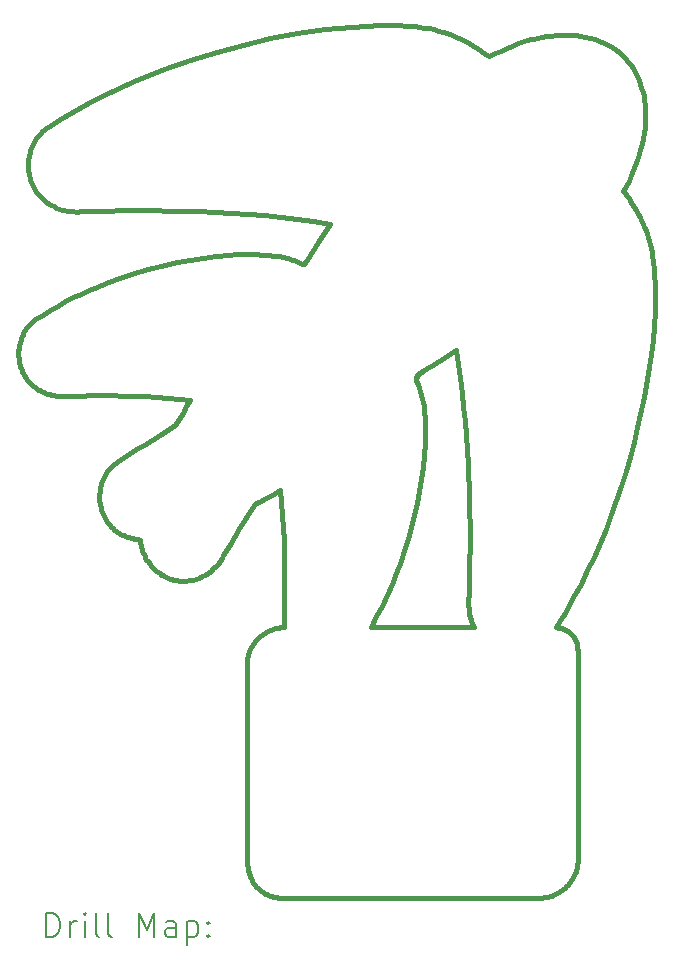
<source format=gbr>
%TF.GenerationSoftware,KiCad,Pcbnew,(6.0.10-0)*%
%TF.CreationDate,2023-08-25T18:06:43+02:00*%
%TF.ProjectId,SwiftLeeds,53776966-744c-4656-9564-732e6b696361,rev?*%
%TF.SameCoordinates,Original*%
%TF.FileFunction,Drillmap*%
%TF.FilePolarity,Positive*%
%FSLAX45Y45*%
G04 Gerber Fmt 4.5, Leading zero omitted, Abs format (unit mm)*
G04 Created by KiCad (PCBNEW (6.0.10-0)) date 2023-08-25 18:06:43*
%MOMM*%
%LPD*%
G01*
G04 APERTURE LIST*
%ADD10C,0.396874*%
%ADD11C,0.200000*%
G04 APERTURE END LIST*
D10*
X22487027Y-9600230D02*
X23361869Y-9604351D01*
X22487027Y-9600230D02*
X22487027Y-9600230D01*
X22536042Y-9511529D02*
X22487027Y-9600230D01*
X22582421Y-9421265D02*
X22536042Y-9511529D01*
X22626152Y-9329532D02*
X22582421Y-9421265D01*
X22667224Y-9236425D02*
X22626152Y-9329532D01*
X22705624Y-9142036D02*
X22667224Y-9236425D01*
X22741341Y-9046460D02*
X22705624Y-9142036D01*
X22774361Y-8949790D02*
X22741341Y-9046460D01*
X22804674Y-8852121D02*
X22774361Y-8949790D01*
X22832266Y-8753546D02*
X22804674Y-8852121D01*
X22857127Y-8654159D02*
X22832266Y-8753546D01*
X22879243Y-8554053D02*
X22857127Y-8654159D01*
X22898603Y-8453324D02*
X22879243Y-8554053D01*
X22915195Y-8352064D02*
X22898603Y-8453324D01*
X22929007Y-8250367D02*
X22915195Y-8352064D01*
X22940026Y-8148327D02*
X22929007Y-8250367D01*
X22948241Y-8046039D02*
X22940026Y-8148327D01*
X22948241Y-8046039D02*
X22948241Y-8046039D01*
X22950469Y-7982949D02*
X22948241Y-8046039D01*
X22950809Y-7919564D02*
X22950469Y-7982949D01*
X22948795Y-7856134D02*
X22950809Y-7919564D01*
X22946758Y-7824482D02*
X22948795Y-7856134D01*
X22943957Y-7792913D02*
X22946758Y-7824482D01*
X22940333Y-7761459D02*
X22943957Y-7792913D01*
X22935827Y-7730152D02*
X22940333Y-7761459D01*
X22930382Y-7699023D02*
X22935827Y-7730152D01*
X22923938Y-7668104D02*
X22930382Y-7699023D01*
X22916436Y-7637426D02*
X22923938Y-7668104D01*
X22907820Y-7607020D02*
X22916436Y-7637426D01*
X22898028Y-7576919D02*
X22907820Y-7607020D01*
X22887005Y-7547154D02*
X22898028Y-7576919D01*
X22887005Y-7547154D02*
X22887005Y-7547154D01*
X22885032Y-7542126D02*
X22887005Y-7547154D01*
X22883641Y-7538278D02*
X22885032Y-7542126D01*
X22882744Y-7535442D02*
X22883641Y-7538278D01*
X22882252Y-7533453D02*
X22882744Y-7535442D01*
X22882078Y-7532145D02*
X22882252Y-7533453D01*
X22882133Y-7531351D02*
X22882078Y-7532145D01*
X22882330Y-7530906D02*
X22882133Y-7531351D01*
X22882581Y-7530643D02*
X22882330Y-7530906D01*
X22882797Y-7530397D02*
X22882581Y-7530643D01*
X22882890Y-7530000D02*
X22882797Y-7530397D01*
X22882773Y-7529288D02*
X22882890Y-7530000D01*
X22882356Y-7528093D02*
X22882773Y-7529288D01*
X22881553Y-7526250D02*
X22882356Y-7528093D01*
X22880275Y-7523593D02*
X22881553Y-7526250D01*
X22875943Y-7515170D02*
X22880275Y-7523593D01*
X22875943Y-7515170D02*
X22875943Y-7515170D01*
X22875407Y-7510146D02*
X22875943Y-7515170D01*
X22875089Y-7505405D02*
X22875407Y-7510146D01*
X22874980Y-7500935D02*
X22875089Y-7505405D01*
X22875071Y-7496724D02*
X22874980Y-7500935D01*
X22875355Y-7492761D02*
X22875071Y-7496724D01*
X22875823Y-7489034D02*
X22875355Y-7492761D01*
X22876465Y-7485532D02*
X22875823Y-7489034D01*
X22877274Y-7482243D02*
X22876465Y-7485532D01*
X22878241Y-7479155D02*
X22877274Y-7482243D01*
X22879357Y-7476257D02*
X22878241Y-7479155D01*
X22880613Y-7473538D02*
X22879357Y-7476257D01*
X22882002Y-7470985D02*
X22880613Y-7473538D01*
X22883514Y-7468587D02*
X22882002Y-7470985D01*
X22885141Y-7466333D02*
X22883514Y-7468587D01*
X22886875Y-7464210D02*
X22885141Y-7466333D01*
X22888706Y-7462208D02*
X22886875Y-7464210D01*
X22890626Y-7460315D02*
X22888706Y-7462208D01*
X22892627Y-7458519D02*
X22890626Y-7460315D01*
X22896835Y-7455172D02*
X22892627Y-7458519D01*
X22901264Y-7452074D02*
X22896835Y-7455172D01*
X22905842Y-7449133D02*
X22901264Y-7452074D01*
X22915177Y-7443351D02*
X22905842Y-7449133D01*
X22919795Y-7440324D02*
X22915177Y-7443351D01*
X22924289Y-7437084D02*
X22919795Y-7440324D01*
X22924289Y-7437084D02*
X22924289Y-7437084D01*
X22996652Y-7392487D02*
X22924289Y-7437084D01*
X23068767Y-7347482D02*
X22996652Y-7392487D01*
X23212411Y-7256552D02*
X23068767Y-7347482D01*
X23212411Y-7256552D02*
X23212411Y-7256552D01*
X23230192Y-7375755D02*
X23212411Y-7256552D01*
X23246436Y-7495640D02*
X23230192Y-7375755D01*
X23261115Y-7616081D02*
X23246436Y-7495640D01*
X23274199Y-7736950D02*
X23261115Y-7616081D01*
X23285658Y-7858119D02*
X23274199Y-7736950D01*
X23295465Y-7979461D02*
X23285658Y-7858119D01*
X23303589Y-8100848D02*
X23295465Y-7979461D01*
X23310002Y-8222152D02*
X23303589Y-8100848D01*
X23310002Y-8222152D02*
X23310002Y-8222152D01*
X23314334Y-8316920D02*
X23310002Y-8222152D01*
X23318107Y-8411734D02*
X23314334Y-8316920D01*
X23321160Y-8506034D02*
X23318107Y-8411734D01*
X23323335Y-8599261D02*
X23321160Y-8506034D01*
X23323335Y-8599261D02*
X23323335Y-8599261D01*
X23325810Y-8751029D02*
X23323335Y-8599261D01*
X23326242Y-8903550D02*
X23325810Y-8751029D01*
X23324910Y-9055390D02*
X23326242Y-8903550D01*
X23322096Y-9205115D02*
X23324910Y-9055390D01*
X23322096Y-9205115D02*
X23322096Y-9205115D01*
X23321535Y-9236766D02*
X23322096Y-9205115D01*
X23320337Y-9268428D02*
X23321535Y-9236766D01*
X23317342Y-9331761D02*
X23320337Y-9268428D01*
X23316202Y-9363419D02*
X23317342Y-9331761D01*
X23315737Y-9395062D02*
X23316202Y-9363419D01*
X23316275Y-9426684D02*
X23315737Y-9395062D01*
X23317022Y-9442485D02*
X23316275Y-9426684D01*
X23318144Y-9458278D02*
X23317022Y-9442485D01*
X23318144Y-9458278D02*
X23318144Y-9458278D01*
X23319419Y-9468068D02*
X23318144Y-9458278D01*
X23320947Y-9477810D02*
X23319419Y-9468068D01*
X23322716Y-9487496D02*
X23320947Y-9477810D01*
X23324712Y-9497118D02*
X23322716Y-9487496D01*
X23326924Y-9506665D02*
X23324712Y-9497118D01*
X23329339Y-9516131D02*
X23326924Y-9506665D01*
X23331943Y-9525506D02*
X23329339Y-9516131D01*
X23334726Y-9534781D02*
X23331943Y-9525506D01*
X23340773Y-9552998D02*
X23334726Y-9534781D01*
X23347380Y-9570711D02*
X23340773Y-9552998D01*
X23354445Y-9587852D02*
X23347380Y-9570711D01*
X23361869Y-9604351D02*
X23354445Y-9587852D01*
X21437680Y-9925894D02*
X21437680Y-9925894D01*
X21437680Y-9925894D02*
X21437680Y-9925894D01*
X21438021Y-9909363D02*
X21437680Y-9925894D01*
X21439185Y-9893045D02*
X21438021Y-9909363D01*
X21441151Y-9876960D02*
X21439185Y-9893045D01*
X21443901Y-9861129D02*
X21441151Y-9876960D01*
X21447413Y-9845572D02*
X21443901Y-9861129D01*
X21451667Y-9830309D02*
X21447413Y-9845572D01*
X21456645Y-9815360D02*
X21451667Y-9830309D01*
X21462325Y-9800746D02*
X21456645Y-9815360D01*
X21468687Y-9786487D02*
X21462325Y-9800746D01*
X21475712Y-9772603D02*
X21468687Y-9786487D01*
X21483380Y-9759115D02*
X21475712Y-9772603D01*
X21491669Y-9746042D02*
X21483380Y-9759115D01*
X21500561Y-9733406D02*
X21491669Y-9746042D01*
X21510036Y-9721226D02*
X21500561Y-9733406D01*
X21520072Y-9709523D02*
X21510036Y-9721226D01*
X21530651Y-9698317D02*
X21520072Y-9709523D01*
X21541752Y-9687628D02*
X21530651Y-9698317D01*
X21553355Y-9677476D02*
X21541752Y-9687628D01*
X21565440Y-9667882D02*
X21553355Y-9677476D01*
X21577987Y-9658866D02*
X21565440Y-9667882D01*
X21590976Y-9650449D02*
X21577987Y-9658866D01*
X21604387Y-9642650D02*
X21590976Y-9650449D01*
X21618200Y-9635490D02*
X21604387Y-9642650D01*
X21632394Y-9628989D02*
X21618200Y-9635490D01*
X21646951Y-9623168D02*
X21632394Y-9628989D01*
X21661848Y-9618046D02*
X21646951Y-9623168D01*
X21677068Y-9613645D02*
X21661848Y-9618046D01*
X21692589Y-9609983D02*
X21677068Y-9613645D01*
X21708392Y-9607083D02*
X21692589Y-9609983D01*
X21724456Y-9604963D02*
X21708392Y-9607083D01*
X21740762Y-9603644D02*
X21724456Y-9604963D01*
X21757289Y-9603146D02*
X21740762Y-9603644D01*
X21757289Y-9603146D02*
X21757289Y-9603146D01*
X21756315Y-9527946D02*
X21757289Y-9603146D01*
X21756321Y-9451111D02*
X21756315Y-9527946D01*
X21757806Y-9294803D02*
X21756321Y-9451111D01*
X21758825Y-9138764D02*
X21757806Y-9294803D01*
X21758247Y-9062263D02*
X21758825Y-9138764D01*
X21756458Y-8987532D02*
X21758247Y-9062263D01*
X21756458Y-8987532D02*
X21756458Y-8987532D01*
X21755781Y-8956791D02*
X21756458Y-8987532D01*
X21754788Y-8925144D02*
X21755781Y-8956791D01*
X21752660Y-8866066D02*
X21754788Y-8925144D01*
X21752660Y-8866066D02*
X21752660Y-8866066D01*
X21746871Y-8759106D02*
X21752660Y-8866066D01*
X21739404Y-8652114D02*
X21746871Y-8759106D01*
X21730349Y-8545806D02*
X21739404Y-8652114D01*
X21719794Y-8440898D02*
X21730349Y-8545806D01*
X21719794Y-8440898D02*
X21719794Y-8440898D01*
X21650998Y-8480659D02*
X21719794Y-8440898D01*
X21581895Y-8519886D02*
X21650998Y-8480659D01*
X21581895Y-8519886D02*
X21581895Y-8519886D01*
X21576836Y-8523107D02*
X21581895Y-8519886D01*
X21571637Y-8526177D02*
X21576836Y-8523107D01*
X21566324Y-8529125D02*
X21571637Y-8526177D01*
X21560927Y-8531981D02*
X21566324Y-8529125D01*
X21539049Y-8543087D02*
X21560927Y-8531981D01*
X21533647Y-8545933D02*
X21539049Y-8543087D01*
X21528328Y-8548865D02*
X21533647Y-8545933D01*
X21523121Y-8551915D02*
X21528328Y-8548865D01*
X21518053Y-8555111D02*
X21523121Y-8551915D01*
X21513151Y-8558484D02*
X21518053Y-8555111D01*
X21508445Y-8562063D02*
X21513151Y-8558484D01*
X21503962Y-8565879D02*
X21508445Y-8562063D01*
X21499729Y-8569960D02*
X21503962Y-8565879D01*
X21499729Y-8569960D02*
X21499729Y-8569960D01*
X21368670Y-8781465D02*
X21499729Y-8569960D01*
X21303929Y-8886878D02*
X21368670Y-8781465D01*
X21240211Y-8992492D02*
X21303929Y-8886878D01*
X21240211Y-8992492D02*
X21240211Y-8992492D01*
X21226445Y-9017493D02*
X21240211Y-8992492D01*
X21210860Y-9041419D02*
X21226445Y-9017493D01*
X21193573Y-9064172D02*
X21210860Y-9041419D01*
X21174702Y-9085653D02*
X21193573Y-9064172D01*
X21154362Y-9105766D02*
X21174702Y-9085653D01*
X21132670Y-9124410D02*
X21154362Y-9105766D01*
X21109744Y-9141487D02*
X21132670Y-9124410D01*
X21085701Y-9156900D02*
X21109744Y-9141487D01*
X21060656Y-9170549D02*
X21085701Y-9156900D01*
X21034728Y-9182336D02*
X21060656Y-9170549D01*
X21008032Y-9192163D02*
X21034728Y-9182336D01*
X20980686Y-9199931D02*
X21008032Y-9192163D01*
X20952806Y-9205542D02*
X20980686Y-9199931D01*
X20924509Y-9208898D02*
X20952806Y-9205542D01*
X20895912Y-9209899D02*
X20924509Y-9208898D01*
X20881538Y-9209486D02*
X20895912Y-9209899D01*
X20867133Y-9208448D02*
X20881538Y-9209486D01*
X20867133Y-9208448D02*
X20867133Y-9208448D01*
X20850691Y-9206750D02*
X20867133Y-9208448D01*
X20834461Y-9204217D02*
X20850691Y-9206750D01*
X20818459Y-9200873D02*
X20834461Y-9204217D01*
X20802705Y-9196744D02*
X20818459Y-9200873D01*
X20787215Y-9191853D02*
X20802705Y-9196744D01*
X20772009Y-9186224D02*
X20787215Y-9191853D01*
X20757104Y-9179883D02*
X20772009Y-9186224D01*
X20742518Y-9172853D02*
X20757104Y-9179883D01*
X20728270Y-9165159D02*
X20742518Y-9172853D01*
X20714377Y-9156826D02*
X20728270Y-9165159D01*
X20700858Y-9147877D02*
X20714377Y-9156826D01*
X20687731Y-9138337D02*
X20700858Y-9147877D01*
X20675014Y-9128231D02*
X20687731Y-9138337D01*
X20662725Y-9117582D02*
X20675014Y-9128231D01*
X20650883Y-9106416D02*
X20662725Y-9117582D01*
X20639504Y-9094757D02*
X20650883Y-9106416D01*
X20628608Y-9082629D02*
X20639504Y-9094757D01*
X20618212Y-9070056D02*
X20628608Y-9082629D01*
X20598995Y-9043675D02*
X20618212Y-9070056D01*
X20590210Y-9029915D02*
X20598995Y-9043675D01*
X20581997Y-9015808D02*
X20590210Y-9029915D01*
X20574376Y-9001379D02*
X20581997Y-9015808D01*
X20567364Y-8986652D02*
X20574376Y-9001379D01*
X20560979Y-8971651D02*
X20567364Y-8986652D01*
X20555240Y-8956400D02*
X20560979Y-8971651D01*
X20550164Y-8940925D02*
X20555240Y-8956400D01*
X20545769Y-8925249D02*
X20550164Y-8940925D01*
X20542074Y-8909397D02*
X20545769Y-8925249D01*
X20539098Y-8893393D02*
X20542074Y-8909397D01*
X20536857Y-8877262D02*
X20539098Y-8893393D01*
X20535370Y-8861027D02*
X20536857Y-8877262D01*
X20535370Y-8861027D02*
X20535370Y-8861027D01*
X20519689Y-8859453D02*
X20535370Y-8861027D01*
X20504044Y-8857316D02*
X20519689Y-8859453D01*
X20488464Y-8854609D02*
X20504044Y-8857316D01*
X20472982Y-8851328D02*
X20488464Y-8854609D01*
X20457627Y-8847468D02*
X20472982Y-8851328D01*
X20442432Y-8843024D02*
X20457627Y-8847468D01*
X20427427Y-8837992D02*
X20442432Y-8843024D01*
X20412644Y-8832365D02*
X20427427Y-8837992D01*
X20398113Y-8826140D02*
X20412644Y-8832365D01*
X20383866Y-8819311D02*
X20398113Y-8826140D01*
X20369933Y-8811873D02*
X20383866Y-8819311D01*
X20356347Y-8803821D02*
X20369933Y-8811873D01*
X20343137Y-8795150D02*
X20356347Y-8803821D01*
X20330336Y-8785855D02*
X20343137Y-8795150D01*
X20317974Y-8775932D02*
X20330336Y-8785855D01*
X20306081Y-8765375D02*
X20317974Y-8775932D01*
X20306081Y-8765375D02*
X20306081Y-8765375D01*
X20292070Y-8752286D02*
X20306081Y-8765375D01*
X20278961Y-8738450D02*
X20292070Y-8752286D01*
X20266755Y-8723918D02*
X20278961Y-8738450D01*
X20255454Y-8708741D02*
X20266755Y-8723918D01*
X20245059Y-8692967D02*
X20255454Y-8708741D01*
X20235569Y-8676649D02*
X20245059Y-8692967D01*
X20226986Y-8659835D02*
X20235569Y-8676649D01*
X20219311Y-8642577D02*
X20226986Y-8659835D01*
X20212545Y-8624925D02*
X20219311Y-8642577D01*
X20206688Y-8606928D02*
X20212545Y-8624925D01*
X20201741Y-8588639D02*
X20206688Y-8606928D01*
X20197706Y-8570105D02*
X20201741Y-8588639D01*
X20194583Y-8551379D02*
X20197706Y-8570105D01*
X20192372Y-8532511D02*
X20194583Y-8551379D01*
X20191075Y-8513550D02*
X20192372Y-8532511D01*
X20190693Y-8494547D02*
X20191075Y-8513550D01*
X20191226Y-8475553D02*
X20190693Y-8494547D01*
X20192675Y-8456617D02*
X20191226Y-8475553D01*
X20195042Y-8437790D02*
X20192675Y-8456617D01*
X20198326Y-8419123D02*
X20195042Y-8437790D01*
X20202529Y-8400666D02*
X20198326Y-8419123D01*
X20207652Y-8382468D02*
X20202529Y-8400666D01*
X20213695Y-8364581D02*
X20207652Y-8382468D01*
X20220660Y-8347055D02*
X20213695Y-8364581D01*
X20228546Y-8329940D02*
X20220660Y-8347055D01*
X20237356Y-8313286D02*
X20228546Y-8329940D01*
X20247090Y-8297144D02*
X20237356Y-8313286D01*
X20257748Y-8281565D02*
X20247090Y-8297144D01*
X20269332Y-8266597D02*
X20257748Y-8281565D01*
X20281842Y-8252293D02*
X20269332Y-8266597D01*
X20295280Y-8238701D02*
X20281842Y-8252293D01*
X20309645Y-8225873D02*
X20295280Y-8238701D01*
X20309645Y-8225873D02*
X20309645Y-8225873D01*
X20373783Y-8182142D02*
X20309645Y-8225873D01*
X20438784Y-8139704D02*
X20373783Y-8182142D01*
X20504438Y-8098246D02*
X20438784Y-8139704D01*
X20570538Y-8057457D02*
X20504438Y-8098246D01*
X20703233Y-7976633D02*
X20570538Y-8057457D01*
X20835194Y-7894730D02*
X20703233Y-7976633D01*
X20835194Y-7894730D02*
X20835194Y-7894730D01*
X20865104Y-7840345D02*
X20835194Y-7894730D01*
X20895488Y-7786224D02*
X20865104Y-7840345D01*
X20926304Y-7732347D02*
X20895488Y-7786224D01*
X20957513Y-7678697D02*
X20926304Y-7732347D01*
X20957513Y-7678697D02*
X20957513Y-7678697D01*
X20863179Y-7669032D02*
X20957513Y-7678697D01*
X20768710Y-7660775D02*
X20863179Y-7669032D01*
X20674126Y-7653899D02*
X20768710Y-7660775D01*
X20579451Y-7648374D02*
X20674126Y-7653899D01*
X20484706Y-7644174D02*
X20579451Y-7648374D01*
X20389913Y-7641271D02*
X20484706Y-7644174D01*
X20295094Y-7639636D02*
X20389913Y-7641271D01*
X20200272Y-7639242D02*
X20295094Y-7639636D01*
X20200272Y-7639242D02*
X20200272Y-7639242D01*
X20159333Y-7638825D02*
X20200272Y-7639242D01*
X20118415Y-7639251D02*
X20159333Y-7638825D01*
X20036617Y-7641588D02*
X20118415Y-7639251D01*
X19954829Y-7644167D02*
X20036617Y-7641588D01*
X19913925Y-7644894D02*
X19954829Y-7644167D01*
X19873005Y-7644900D02*
X19913925Y-7644894D01*
X19873005Y-7644900D02*
X19873005Y-7644900D01*
X19860061Y-7644930D02*
X19873005Y-7644900D01*
X19847130Y-7644482D02*
X19860061Y-7644930D01*
X19834226Y-7643563D02*
X19847130Y-7644482D01*
X19821365Y-7642178D02*
X19834226Y-7643563D01*
X19808561Y-7640334D02*
X19821365Y-7642178D01*
X19795830Y-7638038D02*
X19808561Y-7640334D01*
X19783187Y-7635295D02*
X19795830Y-7638038D01*
X19770647Y-7632113D02*
X19783187Y-7635295D01*
X19758225Y-7628497D02*
X19770647Y-7632113D01*
X19745937Y-7624454D02*
X19758225Y-7628497D01*
X19733797Y-7619990D02*
X19745937Y-7624454D01*
X19721820Y-7615111D02*
X19733797Y-7619990D01*
X19710021Y-7609824D02*
X19721820Y-7615111D01*
X19698416Y-7604136D02*
X19710021Y-7609824D01*
X19687020Y-7598052D02*
X19698416Y-7604136D01*
X19675848Y-7591579D02*
X19687020Y-7598052D01*
X19664915Y-7584723D02*
X19675848Y-7591579D01*
X19654235Y-7577491D02*
X19664915Y-7584723D01*
X19643825Y-7569888D02*
X19654235Y-7577491D01*
X19633699Y-7561922D02*
X19643825Y-7569888D01*
X19623872Y-7553598D02*
X19633699Y-7561922D01*
X19614359Y-7544923D02*
X19623872Y-7553598D01*
X19605176Y-7535904D02*
X19614359Y-7544923D01*
X19596338Y-7526546D02*
X19605176Y-7535904D01*
X19587859Y-7516856D02*
X19596338Y-7526546D01*
X19579755Y-7506840D02*
X19587859Y-7516856D01*
X19572041Y-7496505D02*
X19579755Y-7506840D01*
X19564732Y-7485857D02*
X19572041Y-7496505D01*
X19557843Y-7474903D02*
X19564732Y-7485857D01*
X19551389Y-7463647D02*
X19557843Y-7474903D01*
X19545386Y-7452098D02*
X19551389Y-7463647D01*
X19539847Y-7440262D02*
X19545386Y-7452098D01*
X19539847Y-7440262D02*
X19539847Y-7440262D01*
X19533449Y-7426141D02*
X19539847Y-7440262D01*
X19527727Y-7411769D02*
X19533449Y-7426141D01*
X19522675Y-7397173D02*
X19527727Y-7411769D01*
X19518291Y-7382378D02*
X19522675Y-7397173D01*
X19514568Y-7367413D02*
X19518291Y-7382378D01*
X19511502Y-7352302D02*
X19514568Y-7367413D01*
X19509090Y-7337075D02*
X19511502Y-7352302D01*
X19507325Y-7321756D02*
X19509090Y-7337075D01*
X19506204Y-7306373D02*
X19507325Y-7321756D01*
X19505722Y-7290953D02*
X19506204Y-7306373D01*
X19505874Y-7275523D02*
X19505722Y-7290953D01*
X19506655Y-7260108D02*
X19505874Y-7275523D01*
X19508061Y-7244736D02*
X19506655Y-7260108D01*
X19510088Y-7229434D02*
X19508061Y-7244736D01*
X19512730Y-7214229D02*
X19510088Y-7229434D01*
X19515984Y-7199146D02*
X19512730Y-7214229D01*
X19519843Y-7184214D02*
X19515984Y-7199146D01*
X19524305Y-7169458D02*
X19519843Y-7184214D01*
X19529364Y-7154905D02*
X19524305Y-7169458D01*
X19535015Y-7140583D02*
X19529364Y-7154905D01*
X19541254Y-7126518D02*
X19535015Y-7140583D01*
X19548076Y-7112737D02*
X19541254Y-7126518D01*
X19555477Y-7099266D02*
X19548076Y-7112737D01*
X19563452Y-7086132D02*
X19555477Y-7099266D01*
X19571996Y-7073362D02*
X19563452Y-7086132D01*
X19581106Y-7060983D02*
X19571996Y-7073362D01*
X19590775Y-7049021D02*
X19581106Y-7060983D01*
X19600999Y-7037504D02*
X19590775Y-7049021D01*
X19611775Y-7026458D02*
X19600999Y-7037504D01*
X19623097Y-7015909D02*
X19611775Y-7026458D01*
X19634960Y-7005885D02*
X19623097Y-7015909D01*
X19647360Y-6996413D02*
X19634960Y-7005885D01*
X19647360Y-6996413D02*
X19647360Y-6996413D01*
X19710189Y-6955929D02*
X19647360Y-6996413D01*
X19774019Y-6917146D02*
X19710189Y-6955929D01*
X19838800Y-6880035D02*
X19774019Y-6917146D01*
X19904479Y-6844567D02*
X19838800Y-6880035D01*
X19971005Y-6810713D02*
X19904479Y-6844567D01*
X20038324Y-6778444D02*
X19971005Y-6810713D01*
X20106384Y-6747732D02*
X20038324Y-6778444D01*
X20175135Y-6718547D02*
X20106384Y-6747732D01*
X20244524Y-6690860D02*
X20175135Y-6718547D01*
X20314498Y-6664644D02*
X20244524Y-6690860D01*
X20455995Y-6616505D02*
X20314498Y-6664644D01*
X20599211Y-6573899D02*
X20455995Y-6616505D01*
X20743727Y-6536596D02*
X20599211Y-6573899D01*
X20743727Y-6536596D02*
X20743727Y-6536596D01*
X20852162Y-6513063D02*
X20743727Y-6536596D01*
X20961324Y-6491925D02*
X20852162Y-6513063D01*
X21071093Y-6473844D02*
X20961324Y-6491925D01*
X21181349Y-6459480D02*
X21071093Y-6473844D01*
X21291971Y-6449495D02*
X21181349Y-6459480D01*
X21347382Y-6446350D02*
X21291971Y-6449495D01*
X21402840Y-6444548D02*
X21347382Y-6446350D01*
X21458329Y-6444171D02*
X21402840Y-6444548D01*
X21513835Y-6445301D02*
X21458329Y-6444171D01*
X21569342Y-6448022D02*
X21513835Y-6445301D01*
X21624836Y-6452415D02*
X21569342Y-6448022D01*
X21624836Y-6452415D02*
X21624836Y-6452415D01*
X21665424Y-6456370D02*
X21624836Y-6452415D01*
X21703147Y-6461102D02*
X21665424Y-6456370D01*
X21721161Y-6463903D02*
X21703147Y-6461102D01*
X21738730Y-6467070D02*
X21721161Y-6463903D01*
X21755947Y-6470661D02*
X21738730Y-6467070D01*
X21772901Y-6474732D02*
X21755947Y-6470661D01*
X21789684Y-6479341D02*
X21772901Y-6474732D01*
X21806385Y-6484545D02*
X21789684Y-6479341D01*
X21823097Y-6490402D02*
X21806385Y-6484545D01*
X21839909Y-6496969D02*
X21823097Y-6490402D01*
X21856912Y-6504303D02*
X21839909Y-6496969D01*
X21874198Y-6512461D02*
X21856912Y-6504303D01*
X21891856Y-6521501D02*
X21874198Y-6512461D01*
X21909979Y-6531479D02*
X21891856Y-6521501D01*
X21909979Y-6531479D02*
X21909979Y-6531479D01*
X21910678Y-6531794D02*
X21909979Y-6531479D01*
X21911441Y-6531946D02*
X21910678Y-6531794D01*
X21912265Y-6531940D02*
X21911441Y-6531946D01*
X21913147Y-6531782D02*
X21912265Y-6531940D01*
X21914085Y-6531480D02*
X21913147Y-6531782D01*
X21915074Y-6531038D02*
X21914085Y-6531480D01*
X21917197Y-6529761D02*
X21915074Y-6531038D01*
X21919493Y-6528000D02*
X21917197Y-6529761D01*
X21921938Y-6525805D02*
X21919493Y-6528000D01*
X21924508Y-6523224D02*
X21921938Y-6525805D01*
X21927180Y-6520307D02*
X21924508Y-6523224D01*
X21929931Y-6517101D02*
X21927180Y-6520307D01*
X21932736Y-6513657D02*
X21929931Y-6517101D01*
X21938416Y-6506246D02*
X21932736Y-6513657D01*
X21944030Y-6498466D02*
X21938416Y-6506246D01*
X21949390Y-6490707D02*
X21944030Y-6498466D01*
X21949390Y-6490707D02*
X21949390Y-6490707D01*
X22045126Y-6338118D02*
X21949390Y-6490707D01*
X22093405Y-6262087D02*
X22045126Y-6338118D01*
X22142092Y-6186307D02*
X22093405Y-6262087D01*
X22142092Y-6186307D02*
X22142092Y-6186307D01*
X22003950Y-6165171D02*
X22142092Y-6186307D01*
X21865453Y-6146705D02*
X22003950Y-6165171D01*
X21726651Y-6130721D02*
X21865453Y-6146705D01*
X21587595Y-6117033D02*
X21726651Y-6130721D01*
X21448335Y-6105455D02*
X21587595Y-6117033D01*
X21308921Y-6095799D02*
X21448335Y-6105455D01*
X21169404Y-6087879D02*
X21308921Y-6095799D01*
X21029834Y-6081507D02*
X21169404Y-6087879D01*
X21029834Y-6081507D02*
X21029834Y-6081507D01*
X20825573Y-6075190D02*
X21029834Y-6081507D01*
X20620556Y-6072196D02*
X20825573Y-6075190D01*
X20415151Y-6072424D02*
X20620556Y-6072196D01*
X20209729Y-6075771D02*
X20415151Y-6072424D01*
X20209729Y-6075771D02*
X20209729Y-6075771D01*
X20182345Y-6076070D02*
X20209729Y-6075771D01*
X20154979Y-6076787D02*
X20182345Y-6076070D01*
X20100285Y-6079056D02*
X20154979Y-6076787D01*
X20045627Y-6081736D02*
X20100285Y-6079056D01*
X19990982Y-6083988D02*
X20045627Y-6081736D01*
X19990982Y-6083988D02*
X19990982Y-6083988D01*
X19966927Y-6083158D02*
X19990982Y-6083988D01*
X19942948Y-6080980D02*
X19966927Y-6083158D01*
X19919123Y-6077472D02*
X19942948Y-6080980D01*
X19895529Y-6072649D02*
X19919123Y-6077472D01*
X19872245Y-6066531D02*
X19895529Y-6072649D01*
X19849347Y-6059135D02*
X19872245Y-6066531D01*
X19826913Y-6050478D02*
X19849347Y-6059135D01*
X19805021Y-6040578D02*
X19826913Y-6050478D01*
X19783748Y-6029452D02*
X19805021Y-6040578D01*
X19763171Y-6017118D02*
X19783748Y-6029452D01*
X19743369Y-6003593D02*
X19763171Y-6017118D01*
X19724417Y-5988896D02*
X19743369Y-6003593D01*
X19706395Y-5973043D02*
X19724417Y-5988896D01*
X19689379Y-5956052D02*
X19706395Y-5973043D01*
X19673448Y-5937941D02*
X19689379Y-5956052D01*
X19658677Y-5918727D02*
X19673448Y-5937941D01*
X19658677Y-5918727D02*
X19658677Y-5918727D01*
X19647389Y-5902760D02*
X19658677Y-5918727D01*
X19637087Y-5886239D02*
X19647389Y-5902760D01*
X19627762Y-5869211D02*
X19637087Y-5886239D01*
X19619410Y-5851723D02*
X19627762Y-5869211D01*
X19612024Y-5833823D02*
X19619410Y-5851723D01*
X19605599Y-5815560D02*
X19612024Y-5833823D01*
X19600127Y-5796980D02*
X19605599Y-5815560D01*
X19595603Y-5778132D02*
X19600127Y-5796980D01*
X19592020Y-5759064D02*
X19595603Y-5778132D01*
X19589373Y-5739822D02*
X19592020Y-5759064D01*
X19587655Y-5720456D02*
X19589373Y-5739822D01*
X19586861Y-5701012D02*
X19587655Y-5720456D01*
X19586983Y-5681539D02*
X19586861Y-5701012D01*
X19588016Y-5662084D02*
X19586983Y-5681539D01*
X19589954Y-5642694D02*
X19588016Y-5662084D01*
X19592790Y-5623419D02*
X19589954Y-5642694D01*
X19596519Y-5604305D02*
X19592790Y-5623419D01*
X19601133Y-5585401D02*
X19596519Y-5604305D01*
X19606628Y-5566753D02*
X19601133Y-5585401D01*
X19612997Y-5548410D02*
X19606628Y-5566753D01*
X19620233Y-5530420D02*
X19612997Y-5548410D01*
X19628331Y-5512830D02*
X19620233Y-5530420D01*
X19637284Y-5495688D02*
X19628331Y-5512830D01*
X19647086Y-5479043D02*
X19637284Y-5495688D01*
X19657732Y-5462940D02*
X19647086Y-5479043D01*
X19669214Y-5447429D02*
X19657732Y-5462940D01*
X19681527Y-5432558D02*
X19669214Y-5447429D01*
X19694665Y-5418373D02*
X19681527Y-5432558D01*
X19708621Y-5404923D02*
X19694665Y-5418373D01*
X19723389Y-5392255D02*
X19708621Y-5404923D01*
X19738963Y-5380417D02*
X19723389Y-5392255D01*
X19755338Y-5369458D02*
X19738963Y-5380417D01*
X19755338Y-5369458D02*
X19755338Y-5369458D01*
X19871553Y-5295063D02*
X19755338Y-5369458D01*
X19990217Y-5224758D02*
X19871553Y-5295063D01*
X20111102Y-5158348D02*
X19990217Y-5224758D01*
X20233980Y-5095633D02*
X20111102Y-5158348D01*
X20358622Y-5036417D02*
X20233980Y-5095633D01*
X20484802Y-4980502D02*
X20358622Y-5036417D01*
X20612290Y-4927689D02*
X20484802Y-4980502D01*
X20740859Y-4877783D02*
X20612290Y-4927689D01*
X20740859Y-4877783D02*
X20740859Y-4877783D01*
X20961437Y-4801079D02*
X20740859Y-4877783D01*
X21184667Y-4731772D02*
X20961437Y-4801079D01*
X21410280Y-4670477D02*
X21184667Y-4731772D01*
X21638006Y-4617809D02*
X21410280Y-4670477D01*
X21867573Y-4574383D02*
X21638006Y-4617809D01*
X21982963Y-4556328D02*
X21867573Y-4574383D01*
X22098712Y-4540815D02*
X21982963Y-4556328D01*
X22214787Y-4527919D02*
X22098712Y-4540815D01*
X22331153Y-4517719D02*
X22214787Y-4527919D01*
X22447776Y-4510291D02*
X22331153Y-4517719D01*
X22564624Y-4505712D02*
X22447776Y-4510291D01*
X22564624Y-4505712D02*
X22564624Y-4505712D01*
X22649005Y-4505608D02*
X22564624Y-4505712D01*
X22691200Y-4506223D02*
X22649005Y-4505608D01*
X22733375Y-4507457D02*
X22691200Y-4506223D01*
X22775510Y-4509442D02*
X22733375Y-4507457D01*
X22817589Y-4512309D02*
X22775510Y-4509442D01*
X22859592Y-4516190D02*
X22817589Y-4512309D01*
X22901502Y-4521215D02*
X22859592Y-4516190D01*
X22901502Y-4521215D02*
X22901502Y-4521215D01*
X22941990Y-4526095D02*
X22901502Y-4521215D01*
X22982064Y-4532779D02*
X22941990Y-4526095D01*
X23021713Y-4541186D02*
X22982064Y-4532779D01*
X23060924Y-4551233D02*
X23021713Y-4541186D01*
X23099685Y-4562839D02*
X23060924Y-4551233D01*
X23137985Y-4575921D02*
X23099685Y-4562839D01*
X23175812Y-4590397D02*
X23137985Y-4575921D01*
X23213152Y-4606185D02*
X23175812Y-4590397D01*
X23249995Y-4623203D02*
X23213152Y-4606185D01*
X23286327Y-4641369D02*
X23249995Y-4623203D01*
X23322138Y-4660602D02*
X23286327Y-4641369D01*
X23357415Y-4680818D02*
X23322138Y-4660602D01*
X23392145Y-4701936D02*
X23357415Y-4680818D01*
X23426317Y-4723875D02*
X23392145Y-4701936D01*
X23459920Y-4746551D02*
X23426317Y-4723875D01*
X23492939Y-4769882D02*
X23459920Y-4746551D01*
X23492939Y-4769882D02*
X23492939Y-4769882D01*
X23540925Y-4745019D02*
X23492939Y-4769882D01*
X23589536Y-4721295D02*
X23540925Y-4745019D01*
X23638783Y-4698900D02*
X23589536Y-4721295D01*
X23688673Y-4678025D02*
X23638783Y-4698900D01*
X23739216Y-4658861D02*
X23688673Y-4678025D01*
X23790421Y-4641598D02*
X23739216Y-4658861D01*
X23816275Y-4633738D02*
X23790421Y-4641598D01*
X23842297Y-4626425D02*
X23816275Y-4633738D01*
X23868489Y-4619683D02*
X23842297Y-4626425D01*
X23894853Y-4613535D02*
X23868489Y-4619683D01*
X23894853Y-4613535D02*
X23894853Y-4613535D01*
X23934990Y-4605370D02*
X23894853Y-4613535D01*
X23975595Y-4598616D02*
X23934990Y-4605370D01*
X24016559Y-4593350D02*
X23975595Y-4598616D01*
X24057777Y-4589646D02*
X24016559Y-4593350D01*
X24099141Y-4587580D02*
X24057777Y-4589646D01*
X24140545Y-4587228D02*
X24099141Y-4587580D01*
X24181881Y-4588666D02*
X24140545Y-4587228D01*
X24223043Y-4591968D02*
X24181881Y-4588666D01*
X24263925Y-4597209D02*
X24223043Y-4591968D01*
X24304419Y-4604467D02*
X24263925Y-4597209D01*
X24344419Y-4613815D02*
X24304419Y-4604467D01*
X24383817Y-4625330D02*
X24344419Y-4613815D01*
X24422507Y-4639086D02*
X24383817Y-4625330D01*
X24460383Y-4655160D02*
X24422507Y-4639086D01*
X24497337Y-4673627D02*
X24460383Y-4655160D01*
X24533262Y-4694562D02*
X24497337Y-4673627D01*
X24533262Y-4694562D02*
X24533262Y-4694562D01*
X24563533Y-4714704D02*
X24533262Y-4694562D01*
X24592053Y-4736821D02*
X24563533Y-4714704D01*
X24618824Y-4760778D02*
X24592053Y-4736821D01*
X24643849Y-4786439D02*
X24618824Y-4760778D01*
X24667130Y-4813669D02*
X24643849Y-4786439D01*
X24688670Y-4842332D02*
X24667130Y-4813669D01*
X24708469Y-4872292D02*
X24688670Y-4842332D01*
X24726531Y-4903414D02*
X24708469Y-4872292D01*
X24742858Y-4935562D02*
X24726531Y-4903414D01*
X24757452Y-4968600D02*
X24742858Y-4935562D01*
X24770316Y-5002394D02*
X24757452Y-4968600D01*
X24781451Y-5036807D02*
X24770316Y-5002394D01*
X24790859Y-5071704D02*
X24781451Y-5036807D01*
X24798544Y-5106950D02*
X24790859Y-5071704D01*
X24804506Y-5142408D02*
X24798544Y-5106950D01*
X24808749Y-5177943D02*
X24804506Y-5142408D01*
X24808749Y-5177943D02*
X24808749Y-5177943D01*
X24812088Y-5225698D02*
X24808749Y-5177943D01*
X24812965Y-5273329D02*
X24812088Y-5225698D01*
X24811490Y-5320800D02*
X24812965Y-5273329D01*
X24807776Y-5368071D02*
X24811490Y-5320800D01*
X24801932Y-5415106D02*
X24807776Y-5368071D01*
X24794070Y-5461867D02*
X24801932Y-5415106D01*
X24784302Y-5508316D02*
X24794070Y-5461867D01*
X24772737Y-5554416D02*
X24784302Y-5508316D01*
X24759489Y-5600128D02*
X24772737Y-5554416D01*
X24744667Y-5645416D02*
X24759489Y-5600128D01*
X24728382Y-5690241D02*
X24744667Y-5645416D01*
X24710747Y-5734567D02*
X24728382Y-5690241D01*
X24691871Y-5778355D02*
X24710747Y-5734567D01*
X24671867Y-5821567D02*
X24691871Y-5778355D01*
X24650844Y-5864167D02*
X24671867Y-5821567D01*
X24628916Y-5906116D02*
X24650844Y-5864167D01*
X24628916Y-5906116D02*
X24628916Y-5906116D01*
X24643957Y-5927572D02*
X24628916Y-5906116D01*
X24658844Y-5949141D02*
X24643957Y-5927572D01*
X24673475Y-5970882D02*
X24658844Y-5949141D01*
X24680663Y-5981836D02*
X24673475Y-5970882D01*
X24687749Y-5992855D02*
X24680663Y-5981836D01*
X24687749Y-5992855D02*
X24687749Y-5992855D01*
X24704725Y-6019194D02*
X24687749Y-5992855D01*
X24721110Y-6045927D02*
X24704725Y-6019194D01*
X24736876Y-6073043D02*
X24721110Y-6045927D01*
X24751997Y-6100529D02*
X24736876Y-6073043D01*
X24766444Y-6128374D02*
X24751997Y-6100529D01*
X24780189Y-6156564D02*
X24766444Y-6128374D01*
X24793206Y-6185089D02*
X24780189Y-6156564D01*
X24805466Y-6213935D02*
X24793206Y-6185089D01*
X24816942Y-6243091D02*
X24805466Y-6213935D01*
X24827607Y-6272545D02*
X24816942Y-6243091D01*
X24837432Y-6302285D02*
X24827607Y-6272545D01*
X24846391Y-6332298D02*
X24837432Y-6302285D01*
X24854456Y-6362572D02*
X24846391Y-6332298D01*
X24861599Y-6393096D02*
X24854456Y-6362572D01*
X24867792Y-6423856D02*
X24861599Y-6393096D01*
X24873009Y-6454842D02*
X24867792Y-6423856D01*
X24873009Y-6454842D02*
X24873009Y-6454842D01*
X24879959Y-6514004D02*
X24873009Y-6454842D01*
X24885465Y-6573258D02*
X24879959Y-6514004D01*
X24889588Y-6632590D02*
X24885465Y-6573258D01*
X24892391Y-6691982D02*
X24889588Y-6632590D01*
X24894278Y-6810883D02*
X24892391Y-6691982D01*
X24891619Y-6929829D02*
X24894278Y-6810883D01*
X24884903Y-7048691D02*
X24891619Y-6929829D01*
X24874623Y-7167338D02*
X24884903Y-7048691D01*
X24861270Y-7285640D02*
X24874623Y-7167338D01*
X24845336Y-7403466D02*
X24861270Y-7285640D01*
X24845336Y-7403466D02*
X24845336Y-7403466D01*
X24801221Y-7656993D02*
X24845336Y-7403466D01*
X24747303Y-7908790D02*
X24801221Y-7656993D01*
X24716595Y-8033856D02*
X24747303Y-7908790D01*
X24683350Y-8158270D02*
X24716595Y-8033856D01*
X24647537Y-8281958D02*
X24683350Y-8158270D01*
X24609128Y-8404847D02*
X24647537Y-8281958D01*
X24568094Y-8526864D02*
X24609128Y-8404847D01*
X24524406Y-8647935D02*
X24568094Y-8526864D01*
X24478034Y-8767987D02*
X24524406Y-8647935D01*
X24428951Y-8886948D02*
X24478034Y-8767987D01*
X24377125Y-9004742D02*
X24428951Y-8886948D01*
X24322530Y-9121298D02*
X24377125Y-9004742D01*
X24265134Y-9236543D02*
X24322530Y-9121298D01*
X24204911Y-9350401D02*
X24265134Y-9236543D01*
X24204911Y-9350401D02*
X24204911Y-9350401D01*
X24131323Y-9479824D02*
X24204911Y-9350401D01*
X24112715Y-9511847D02*
X24131323Y-9479824D01*
X24093685Y-9543462D02*
X24112715Y-9511847D01*
X24074064Y-9574530D02*
X24093685Y-9543462D01*
X24053684Y-9604915D02*
X24074064Y-9574530D01*
X24053684Y-9604915D02*
X24053684Y-9604915D01*
X24053684Y-9604915D02*
X24053684Y-9604915D01*
X24053684Y-9604915D02*
X24053684Y-9604915D01*
X24063286Y-9605271D02*
X24053684Y-9604915D01*
X24072759Y-9606099D02*
X24063286Y-9605271D01*
X24082090Y-9607388D02*
X24072759Y-9606099D01*
X24091270Y-9609126D02*
X24082090Y-9607388D01*
X24100285Y-9611302D02*
X24091270Y-9609126D01*
X24109126Y-9613903D02*
X24100285Y-9611302D01*
X24117779Y-9616919D02*
X24109126Y-9613903D01*
X24126234Y-9620338D02*
X24117779Y-9616919D01*
X24134480Y-9624148D02*
X24126234Y-9620338D01*
X24142504Y-9628337D02*
X24134480Y-9624148D01*
X24150295Y-9632895D02*
X24142504Y-9628337D01*
X24157843Y-9637809D02*
X24150295Y-9632895D01*
X24165135Y-9643067D02*
X24157843Y-9637809D01*
X24172159Y-9648659D02*
X24165135Y-9643067D01*
X24178905Y-9654572D02*
X24172159Y-9648659D01*
X24185361Y-9660796D02*
X24178905Y-9654572D01*
X24191516Y-9667317D02*
X24185361Y-9660796D01*
X24197357Y-9674126D02*
X24191516Y-9667317D01*
X24202874Y-9681209D02*
X24197357Y-9674126D01*
X24208055Y-9688556D02*
X24202874Y-9681209D01*
X24212888Y-9696156D02*
X24208055Y-9688556D01*
X24217362Y-9703995D02*
X24212888Y-9696156D01*
X24221467Y-9712063D02*
X24217362Y-9703995D01*
X24225189Y-9720349D02*
X24221467Y-9712063D01*
X24228517Y-9728840D02*
X24225189Y-9720349D01*
X24231441Y-9737525D02*
X24228517Y-9728840D01*
X24233949Y-9746392D02*
X24231441Y-9737525D01*
X24236029Y-9755430D02*
X24233949Y-9746392D01*
X24237669Y-9764628D02*
X24236029Y-9755430D01*
X24238859Y-9773973D02*
X24237669Y-9764628D01*
X24239586Y-9783454D02*
X24238859Y-9773973D01*
X24239840Y-9793059D02*
X24239586Y-9783454D01*
X24239840Y-9793059D02*
X24239840Y-9793059D01*
X24242234Y-11558934D02*
X24239840Y-9793059D01*
X24242234Y-11558934D02*
X24242234Y-11558934D01*
X24241844Y-11575562D02*
X24242234Y-11558934D01*
X24240636Y-11592079D02*
X24241844Y-11575562D01*
X24238622Y-11608456D02*
X24240636Y-11592079D01*
X24235814Y-11624666D02*
X24238622Y-11608456D01*
X24232222Y-11640681D02*
X24235814Y-11624666D01*
X24227858Y-11656475D02*
X24232222Y-11640681D01*
X24222733Y-11672018D02*
X24227858Y-11656475D01*
X24216859Y-11687285D02*
X24222733Y-11672018D01*
X24210247Y-11702246D02*
X24216859Y-11687285D01*
X24202909Y-11716875D02*
X24210247Y-11702246D01*
X24194855Y-11731145D02*
X24202909Y-11716875D01*
X24186097Y-11745027D02*
X24194855Y-11731145D01*
X24176647Y-11758493D02*
X24186097Y-11745027D01*
X24166517Y-11771518D02*
X24176647Y-11758493D01*
X24155716Y-11784072D02*
X24166517Y-11771518D01*
X24144257Y-11796128D02*
X24155716Y-11784072D01*
X24144257Y-11796128D02*
X24144257Y-11796128D01*
X24132215Y-11807602D02*
X24144257Y-11796128D01*
X24119674Y-11818418D02*
X24132215Y-11807602D01*
X24106662Y-11828564D02*
X24119674Y-11818418D01*
X24093206Y-11838030D02*
X24106662Y-11828564D01*
X24079335Y-11846805D02*
X24093206Y-11838030D01*
X24065076Y-11854876D02*
X24079335Y-11846805D01*
X24050455Y-11862232D02*
X24065076Y-11854876D01*
X24035502Y-11868862D02*
X24050455Y-11862232D01*
X24020243Y-11874754D02*
X24035502Y-11868862D01*
X24004705Y-11879898D02*
X24020243Y-11874754D01*
X23988917Y-11884281D02*
X24004705Y-11879898D01*
X23972906Y-11887893D02*
X23988917Y-11884281D01*
X23956700Y-11890721D02*
X23972906Y-11887893D01*
X23940325Y-11892754D02*
X23956700Y-11890721D01*
X23923810Y-11893982D02*
X23940325Y-11892754D01*
X23907182Y-11894392D02*
X23923810Y-11893982D01*
X23907182Y-11894392D02*
X23907182Y-11894392D01*
X21735642Y-11894074D02*
X23907182Y-11894392D01*
X21735642Y-11894074D02*
X21735642Y-11894074D01*
X21720753Y-11893696D02*
X21735642Y-11894074D01*
X21706055Y-11892577D02*
X21720753Y-11893696D01*
X21691566Y-11890735D02*
X21706055Y-11892577D01*
X21677306Y-11888189D02*
X21691566Y-11890735D01*
X21663292Y-11884956D02*
X21677306Y-11888189D01*
X21649543Y-11881056D02*
X21663292Y-11884956D01*
X21636077Y-11876506D02*
X21649543Y-11881056D01*
X21622912Y-11871324D02*
X21636077Y-11876506D01*
X21610066Y-11865529D02*
X21622912Y-11871324D01*
X21597559Y-11859138D02*
X21610066Y-11865529D01*
X21585407Y-11852171D02*
X21597559Y-11859138D01*
X21573630Y-11844644D02*
X21585407Y-11852171D01*
X21562246Y-11836577D02*
X21573630Y-11844644D01*
X21551272Y-11827987D02*
X21562246Y-11836577D01*
X21540728Y-11818892D02*
X21551272Y-11827987D01*
X21530632Y-11809312D02*
X21540728Y-11818892D01*
X21521001Y-11799263D02*
X21530632Y-11809312D01*
X21511855Y-11788765D02*
X21521001Y-11799263D01*
X21503211Y-11777835D02*
X21511855Y-11788765D01*
X21495088Y-11766491D02*
X21503211Y-11777835D01*
X21487504Y-11754752D02*
X21495088Y-11766491D01*
X21480477Y-11742636D02*
X21487504Y-11754752D01*
X21474026Y-11730162D02*
X21480477Y-11742636D01*
X21468169Y-11717346D02*
X21474026Y-11730162D01*
X21462925Y-11704208D02*
X21468169Y-11717346D01*
X21458311Y-11690765D02*
X21462925Y-11704208D01*
X21454345Y-11677036D02*
X21458311Y-11690765D01*
X21451047Y-11663039D02*
X21454345Y-11677036D01*
X21448435Y-11648792D02*
X21451047Y-11663039D01*
X21446526Y-11634313D02*
X21448435Y-11648792D01*
X21445339Y-11619621D02*
X21446526Y-11634313D01*
X21444892Y-11604734D02*
X21445339Y-11619621D01*
X21444892Y-11604734D02*
X21444892Y-11604734D01*
X21437680Y-9925894D02*
X21444892Y-11604734D01*
D11*
X19743497Y-12224712D02*
X19743497Y-12024712D01*
X19791116Y-12024712D01*
X19819688Y-12034236D01*
X19838735Y-12053283D01*
X19848259Y-12072331D01*
X19857783Y-12110426D01*
X19857783Y-12138998D01*
X19848259Y-12177093D01*
X19838735Y-12196140D01*
X19819688Y-12215188D01*
X19791116Y-12224712D01*
X19743497Y-12224712D01*
X19943497Y-12224712D02*
X19943497Y-12091378D01*
X19943497Y-12129474D02*
X19953021Y-12110426D01*
X19962545Y-12100902D01*
X19981592Y-12091378D01*
X20000640Y-12091378D01*
X20067307Y-12224712D02*
X20067307Y-12091378D01*
X20067307Y-12024712D02*
X20057783Y-12034236D01*
X20067307Y-12043759D01*
X20076830Y-12034236D01*
X20067307Y-12024712D01*
X20067307Y-12043759D01*
X20191116Y-12224712D02*
X20172068Y-12215188D01*
X20162545Y-12196140D01*
X20162545Y-12024712D01*
X20295878Y-12224712D02*
X20276830Y-12215188D01*
X20267307Y-12196140D01*
X20267307Y-12024712D01*
X20524449Y-12224712D02*
X20524449Y-12024712D01*
X20591116Y-12167569D01*
X20657783Y-12024712D01*
X20657783Y-12224712D01*
X20838735Y-12224712D02*
X20838735Y-12119950D01*
X20829211Y-12100902D01*
X20810164Y-12091378D01*
X20772068Y-12091378D01*
X20753021Y-12100902D01*
X20838735Y-12215188D02*
X20819688Y-12224712D01*
X20772068Y-12224712D01*
X20753021Y-12215188D01*
X20743497Y-12196140D01*
X20743497Y-12177093D01*
X20753021Y-12158045D01*
X20772068Y-12148521D01*
X20819688Y-12148521D01*
X20838735Y-12138998D01*
X20933973Y-12091378D02*
X20933973Y-12291378D01*
X20933973Y-12100902D02*
X20953021Y-12091378D01*
X20991116Y-12091378D01*
X21010164Y-12100902D01*
X21019688Y-12110426D01*
X21029211Y-12129474D01*
X21029211Y-12186617D01*
X21019688Y-12205664D01*
X21010164Y-12215188D01*
X20991116Y-12224712D01*
X20953021Y-12224712D01*
X20933973Y-12215188D01*
X21114926Y-12205664D02*
X21124449Y-12215188D01*
X21114926Y-12224712D01*
X21105402Y-12215188D01*
X21114926Y-12205664D01*
X21114926Y-12224712D01*
X21114926Y-12100902D02*
X21124449Y-12110426D01*
X21114926Y-12119950D01*
X21105402Y-12110426D01*
X21114926Y-12100902D01*
X21114926Y-12119950D01*
M02*

</source>
